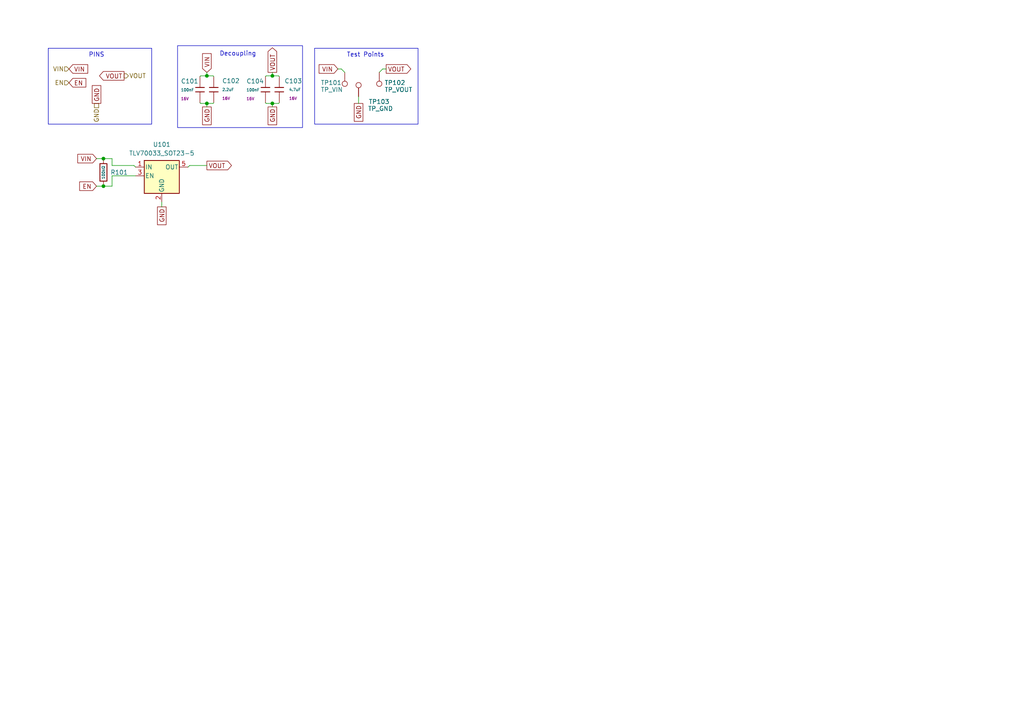
<source format=kicad_sch>
(kicad_sch (version 20250114) (generator "eeschema") (generator_version "9.0")
  (paper "A4")
  (title_block (title "Power_3V3_LDO_Island") (rev "1.0") (company "Batheck") (comment 9 "Taraxtix"))
  (lib_symbols
    (symbol "Connector:TestPoint" (pin_numbers (hide yes)) (pin_names (offset 0.762) (hide yes))
      (property "Reference" "TP" (at 0 6.858 0))
      (property "Value" "TestPoint" (at 0 5.08 0))
      (symbol "TestPoint_0_1"
        (circle (center 0 3.302) (radius 0.762))
      )
      (symbol "TestPoint_1_1"
        (pin passive line (at 0 0 90) (length 2.54) (name "1") (number "1"))
      )
    )
    (symbol "PCM_JLCPCB-Capacitors:0402,100nF" (pin_numbers (hide yes)) (pin_names (offset 0))
      (property "Reference" "C" (at 2.032 1.668 0))
      (property "Value" "100nF" (at 2.032 -0.3782 0))
      (property "Voltage Rated" "16V" (at 2.032 -2.0462 0))
      (symbol "0402,100nF_0_1"
        (polyline (pts (xy -1.27 0.635) (xy 1.27 0.635)) (stroke (width 0.254)))
        (polyline (pts (xy -1.27 -0.635) (xy 1.27 -0.635)) (stroke (width 0.254)))
      )
      (symbol "0402,100nF_1_1"
        (pin passive line (at 0 3.81 270) (length 3.175) (name "~") (number "1"))
        (pin passive line (at 0 -3.81 90) (length 3.175) (name "~") (number "2"))
      )
    )
    (symbol "PCM_JLCPCB-Capacitors:0603,2.2uF" (pin_numbers (hide yes)) (pin_names (offset 0))
      (property "Reference" "C" (at 2.032 1.668 0))
      (property "Value" "2.2uF" (at 2.032 -0.3782 0))
      (property "Voltage Rated" "16V" (at 2.032 -2.0462 0))
      (symbol "0603,2.2uF_0_1"
        (polyline (pts (xy -1.27 0.635) (xy 1.27 0.635)) (stroke (width 0.254)))
        (polyline (pts (xy -1.27 -0.635) (xy 1.27 -0.635)) (stroke (width 0.254)))
      )
      (symbol "0603,2.2uF_1_1"
        (pin passive line (at 0 3.81 270) (length 3.175) (name "~") (number "1"))
        (pin passive line (at 0 -3.81 90) (length 3.175) (name "~") (number "2"))
      )
    )
    (symbol "PCM_JLCPCB-Capacitors:0603,4.7uF" (pin_numbers (hide yes)) (pin_names (offset 0))
      (property "Reference" "C" (at 2.032 1.668 0))
      (property "Value" "4.7uF" (at 2.032 -0.3782 0))
      (property "Voltage Rated" "16V" (at 2.032 -2.0462 0))
      (symbol "0603,4.7uF_0_1"
        (polyline (pts (xy -1.27 0.635) (xy 1.27 0.635)) (stroke (width 0.254)))
        (polyline (pts (xy -1.27 -0.635) (xy 1.27 -0.635)) (stroke (width 0.254)))
      )
      (symbol "0603,4.7uF_1_1"
        (pin passive line (at 0 3.81 270) (length 3.175) (name "~") (number "1"))
        (pin passive line (at 0 -3.81 90) (length 3.175) (name "~") (number "2"))
      )
    )
    (symbol "PCM_JLCPCB-Resistors:0402,100kΩ" (pin_numbers (hide yes)) (pin_names (offset 0))
      (property "Reference" "R" (at 1.778 0 0))
      (property "Value" "100kΩ" (at 0 0 90))
      (symbol "0402,100kΩ_0_1"
        (rectangle (start -1.016 2.54) (end 1.016 -2.54) (stroke (width 0.254)))
      )
      (symbol "0402,100kΩ_1_1"
        (pin passive line (at 0 3.81 270) (length 1.27) (name "~") (number "1"))
        (pin passive line (at 0 -3.81 90) (length 1.27) (name "~") (number "2"))
      )
    )
    (symbol "Regulator_Linear:TLV70033_SOT23-5" (pin_names (offset 0.254))
      (property "Reference" "U" (at -3.81 5.715 0))
      (property "Value" "TLV70033_SOT23-5" (at 0 5.715 0))
      (symbol "TLV70033_SOT23-5_0_1"
        (rectangle (start -5.08 4.445) (end 5.08 -5.08) (stroke (width 0.254)) (fill (type background)))
      )
      (symbol "TLV70033_SOT23-5_1_1"
        (pin power_in line (at -7.62 2.54 0) (length 2.54) (name "IN") (number "1"))
        (pin input line (at -7.62 0 0) (length 2.54) (name "EN") (number "3"))
        (pin power_in line (at 0 -7.62 90) (length 2.54) (name "GND") (number "2"))
        (pin no_connect line (at 5.08 0 180) (length 2.54) (hide yes) (name "NC") (number "4"))
        (pin power_out line (at 7.62 2.54 180) (length 2.54) (name "OUT") (number "5"))
      )
    )
  )
  (rectangle (start 91.25 14) (end 121.25 36))
  (rectangle (start 51.5 13.25) (end 87.75 37))
  (rectangle (start 14 14) (end 44 36))
  (text "PINS" (at 28 16 0) (effects (font (size 1.27 1.27))))
  (text "Test Points" (at 106 16 0) (effects (font (size 1.27 1.27))))
  (text "Decoupling" (at 69 15.69 0) (effects (font (size 1.27 1.27))))
  (junction (at 60 22))
  (junction (at 79 22))
  (junction (at 60 30))
  (junction (at 30 54))
  (junction (at 30 46))
  (junction (at 79 30))
  (wire (pts (xy 55 48) (xy 54.54 48.46)))
  (wire (pts (xy 46.92 58.62) (xy 46.92 60)))
  (wire (pts (xy 60 22) (xy 61.81 22)))
  (wire (pts (xy 38.84 48) (xy 39.3 48.46)))
  (wire (pts (xy 112 20) (xy 111 20)))
  (wire (pts (xy 32.5 48) (xy 38.84 48)))
  (wire (pts (xy 99 20) (xy 100 21)))
  (wire (pts (xy 79 30) (xy 80.81 30)))
  (wire (pts (xy 61.81 22) (xy 62 22.19)))
  (wire (pts (xy 32.5 54) (xy 32.5 51)))
  (wire (pts (xy 111 20) (xy 110 21)))
  (wire (pts (xy 28 46) (xy 30 46)))
  (wire (pts (xy 60 30) (xy 58.19 30)))
  (wire (pts (xy 79 22) (xy 80.81 22)))
  (wire (pts (xy 77.19 22) (xy 77 22.19)))
  (wire (pts (xy 30 46) (xy 30 46.19)))
  (wire (pts (xy 60 22) (xy 58.19 22)))
  (wire (pts (xy 80.81 30) (xy 81 29.81)))
  (wire (pts (xy 104 28) (xy 104 30)))
  (wire (pts (xy 79 22) (xy 77.19 22)))
  (wire (pts (xy 32.5 51) (xy 39.3 51)))
  (wire (pts (xy 60 30) (xy 61.81 30)))
  (wire (pts (xy 58.19 30) (xy 58 29.81)))
  (wire (pts (xy 30 53.81) (xy 30 54)))
  (wire (pts (xy 58.19 22) (xy 58 22.19)))
  (wire (pts (xy 60 30) (xy 60 31)))
  (wire (pts (xy 79 21) (xy 79 22)))
  (wire (pts (xy 60 21) (xy 60 22)))
  (wire (pts (xy 61.81 30) (xy 62 29.81)))
  (wire (pts (xy 30 54) (xy 32.5 54)))
  (wire (pts (xy 28 54) (xy 30 54)))
  (wire (pts (xy 98 20) (xy 99 20)))
  (wire (pts (xy 32.5 46) (xy 32.5 48)))
  (wire (pts (xy 80.81 22) (xy 81 22.19)))
  (wire (pts (xy 79 30) (xy 79 31)))
  (wire (pts (xy 79 30) (xy 77.19 30)))
  (wire (pts (xy 77.19 30) (xy 77 29.81)))
  (wire (pts (xy 30 46) (xy 32.5 46)))
  (wire (pts (xy 60 48) (xy 55 48)))
  (global_label "VIN" (shape input) (at 20 20 0) (property "Intersheetrefs" "${INTERSHEET_REFS}" (effects (hide yes))))
  (global_label "VOUT" (shape output) (at 112 20 0) (property "Intersheetrefs" "${INTERSHEET_REFS}" (effects (hide yes))))
  (global_label "VOUT" (shape output) (at 36 22 180) (property "Intersheetrefs" "${INTERSHEET_REFS}" (effects (hide yes))))
  (global_label "VIN" (shape input) (at 98 20 180) (property "Intersheetrefs" "${INTERSHEET_REFS}" (effects (hide yes))))
  (global_label "GND" (shape passive) (at 46.92 60 270) (property "Intersheetrefs" "${INTERSHEET_REFS}" (effects (hide yes))))
  (global_label "VIN" (shape input) (at 28 46 180) (property "Intersheetrefs" "${INTERSHEET_REFS}" (effects (hide yes))))
  (global_label "GND" (shape passive) (at 60 31 270) (property "Intersheetrefs" "${INTERSHEET_REFS}" (effects (hide yes))))
  (global_label "EN" (shape input) (at 20 24 0) (property "Intersheetrefs" "${INTERSHEET_REFS}" (effects (hide yes))))
  (global_label "VOUT" (shape output) (at 60 48 0) (property "Intersheetrefs" "${INTERSHEET_REFS}" (effects (hide yes))))
  (global_label "VIN" (shape input) (at 60 21 90) (property "Intersheetrefs" "${INTERSHEET_REFS}" (effects (hide yes))))
  (global_label "EN" (shape input) (at 28 54 180) (property "Intersheetrefs" "${INTERSHEET_REFS}" (effects (hide yes))))
  (global_label "GND" (shape passive) (at 104 30 270) (property "Intersheetrefs" "${INTERSHEET_REFS}" (effects (hide yes))))
  (global_label "GND" (shape passive) (at 79 31 270) (property "Intersheetrefs" "${INTERSHEET_REFS}" (effects (hide yes))))
  (global_label "GND" (shape passive) (at 28 30 90) (property "Intersheetrefs" "${INTERSHEET_REFS}" (effects (hide yes))))
  (global_label "VOUT" (shape output) (at 79 21 90) (property "Intersheetrefs" "${INTERSHEET_REFS}" (effects (hide yes))))
  (hierarchical_label "VIN" (shape input) (at 20 20 180))
  (hierarchical_label "VOUT" (shape output) (at 36 22 0))
  (hierarchical_label "EN" (shape input) (at 20 24 180))
  (hierarchical_label "GND" (shape passive) (at 28 30 270))
  (symbol (lib_id "Connector:TestPoint") (at 110 21 180) (unit 1) (in_bom no)
    (property "Reference" "TP102" (at 111.5 24 0) (effects (justify right)))
    (property "Value" "TP_VOUT" (at 111.5 26 0) (effects (justify right)))
    (property "Footprint" "TestPoint:TestPoint_Pad_1.0x1.0mm" (effects (hide yes)))
    (property "Description" "test point" (effects (hide yes)))
  )
  (symbol (lib_id "PCM_JLCPCB-Capacitors:0603,2.2uF") (at 62 26 0) (unit 1)
    (property "Reference" "C102" (at 64.42 23.4599 0) (effects (justify left)))
    (property "Value" "2.2uF" (at 64.42 26 0) (effects (font (size 0.8 0.8)) (justify left)))
    (property "Footprint" "PCM_JLCPCB:C_0603" (effects (hide yes)))
    (property "Datasheet" "https://www.lcsc.com/datasheet/lcsc_datasheet_2304140030_Samsung-Electro-Mechanics-CL10A225KO8NNNC_C23630.pdf" (effects (hide yes)))
    (property "Description" "16V 2.2uF X5R ±10% 0603 Multilayer Ceramic Capacitors MLCC - SMD/SMT ROHS" (effects (hide yes)))
    (property "LCSC" "C23630" (effects (hide yes)))
    (property "Stock" "2585089" (effects (hide yes)))
    (property "Price" "0.009USD" (effects (hide yes)))
    (property "Process" "SMT" (effects (hide yes)))
    (property "Minimum Qty" "20" (effects (hide yes)))
    (property "Attrition Qty" "10" (effects (hide yes)))
    (property "Class" "Basic Component" (effects (hide yes)))
    (property "Category" "Capacitors,Multilayer Ceramic Capacitors MLCC - SMD/SMT" (effects (hide yes)))
    (property "Manufacturer" "Samsung Electro-Mechanics" (effects (hide yes)))
    (property "Part" "CL10A225KO8NNNC" (effects (hide yes)))
    (property "Voltage Rated" "16V" (at 64.42 28.54 0) (effects (font (size 0.8 0.8)) (justify left)))
    (property "Tolerance" "±10%" (effects (hide yes)))
    (property "Capacitance" "2.2uF" (effects (hide yes)))
    (property "Temperature Coefficient" "X5R" (effects (hide yes)))
  )
  (symbol (lib_id "PCM_JLCPCB-Capacitors:0402,100nF") (at 58 26 0) (unit 1)
    (property "Reference" "C101" (at 52.4524 23.5516 0) (effects (justify left)))
    (property "Value" "100nF" (at 52.4524 26.0917 0) (effects (font (size 0.8 0.8)) (justify left)))
    (property "Footprint" "PCM_JLCPCB:C_0402" (effects (hide yes)))
    (property "Datasheet" "https://www.lcsc.com/datasheet/lcsc_datasheet_2304140030_Samsung-Electro-Mechanics-CL05B104KO5NNNC_C1525.pdf" (effects (hide yes)))
    (property "Description" "16V 100nF X7R ±10% 0402 Multilayer Ceramic Capacitors MLCC - SMD/SMT ROHS" (effects (hide yes)))
    (property "LCSC" "C1525" (effects (hide yes)))
    (property "Stock" "20208285" (effects (hide yes)))
    (property "Price" "0.004USD" (effects (hide yes)))
    (property "Process" "SMT" (effects (hide yes)))
    (property "Minimum Qty" "20" (effects (hide yes)))
    (property "Attrition Qty" "10" (effects (hide yes)))
    (property "Class" "Basic Component" (effects (hide yes)))
    (property "Category" "Capacitors,Multilayer Ceramic Capacitors MLCC - SMD/SMT" (effects (hide yes)))
    (property "Manufacturer" "Samsung Electro-Mechanics" (effects (hide yes)))
    (property "Part" "CL05B104KO5NNNC" (effects (hide yes)))
    (property "Voltage Rated" "16V" (at 52.4524 28.6317 0) (effects (font (size 0.8 0.8)) (justify left)))
    (property "Tolerance" "±10%" (effects (hide yes)))
    (property "Capacitance" "100nF" (effects (hide yes)))
    (property "Temperature Coefficient" "X7R" (effects (hide yes)))
  )
  (symbol (lib_id "Connector:TestPoint") (at 100 21 180) (unit 1) (in_bom no)
    (property "Reference" "TP101" (at 93 24 0) (effects (justify right)))
    (property "Value" "TP_VIN" (at 93 26 0) (effects (justify right)))
    (property "Footprint" "TestPoint:TestPoint_Pad_1.0x1.0mm" (effects (hide yes)))
    (property "Description" "test point" (effects (hide yes)))
  )
  (symbol (lib_id "PCM_JLCPCB-Capacitors:0603,4.7uF") (at 81 26 0) (unit 1)
    (property "Reference" "C103" (at 82.5 23.5 0) (effects (justify left)))
    (property "Value" "4.7uF" (at 83.82 26 0) (effects (font (size 0.8 0.8)) (justify left)))
    (property "Footprint" "PCM_JLCPCB:C_0603" (effects (hide yes)))
    (property "Datasheet" "https://www.lcsc.com/datasheet/lcsc_datasheet_2304140030_Samsung-Electro-Mechanics-CL10A475KO8NNNC_C19666.pdf" (effects (hide yes)))
    (property "Description" "16V 4.7uF X5R ±10% 0603 Multilayer Ceramic Capacitors MLCC - SMD/SMT ROHS" (effects (hide yes)))
    (property "LCSC" "C19666" (effects (hide yes)))
    (property "Stock" "4246728" (effects (hide yes)))
    (property "Price" "0.013USD" (effects (hide yes)))
    (property "Process" "SMT" (effects (hide yes)))
    (property "Minimum Qty" "20" (effects (hide yes)))
    (property "Attrition Qty" "10" (effects (hide yes)))
    (property "Class" "Basic Component" (effects (hide yes)))
    (property "Category" "Capacitors,Multilayer Ceramic Capacitors MLCC - SMD/SMT" (effects (hide yes)))
    (property "Manufacturer" "Samsung Electro-Mechanics" (effects (hide yes)))
    (property "Part" "CL10A475KO8NNNC" (effects (hide yes)))
    (property "Voltage Rated" "16V" (at 83.82 28.54 0) (effects (font (size 0.8 0.8)) (justify left)))
    (property "Tolerance" "±10%" (effects (hide yes)))
    (property "Capacitance" "4.7uF" (effects (hide yes)))
    (property "Temperature Coefficient" "X5R" (effects (hide yes)))
  )
  (symbol (lib_id "Regulator_Linear:TLV70033_SOT23-5") (at 46.92 51 0) (unit 1)
    (property "Reference" "U101" (at 46.92 41.91 0))
    (property "Value" "TLV70033_SOT23-5" (at 46.92 44.45 0))
    (property "Footprint" "Package_TO_SOT_SMD:SOT-23-5" (effects (hide yes)))
    (property "Datasheet" "http://www.ti.com/lit/ds/symlink/tlv700.pdf" (effects (hide yes)))
    (property "Description" "200mA Low Dropout Voltage Regulator, Fixed Output 3.3V, SOT-23-5" (effects (hide yes)))
    (property "Mfr#" "TLV70033DDCR" (effects (hide yes)))
    (property "LCSC#" "C11337" (effects (hide yes)))
  )
  (symbol (lib_id "PCM_JLCPCB-Resistors:0402,100kΩ") (at 30 50 0) (unit 1)
    (property "Reference" "R101" (at 32.02 49.9999 0) (effects (justify left)))
    (property "Value" "100kΩ" (at 30 50 90) (effects (font (size 0.8 0.8))))
    (property "Footprint" "PCM_JLCPCB:R_0402" (effects (hide yes)))
    (property "Datasheet" "https://www.lcsc.com/datasheet/lcsc_datasheet_2206010100_UNI-ROYAL-Uniroyal-Elec-0402WGF1003TCE_C25741.pdf" (effects (hide yes)))
    (property "Description" "62.5mW Thick Film Resistors 50V ±100ppm/°C ±1% 100kΩ 0402 Chip Resistor - Surface Mount ROHS" (effects (hide yes)))
    (property "LCSC" "C25741" (effects (hide yes)))
    (property "Stock" "6969783" (effects (hide yes)))
    (property "Price" "0.004USD" (effects (hide yes)))
    (property "Process" "SMT" (effects (hide yes)))
    (property "Minimum Qty" "20" (effects (hide yes)))
    (property "Attrition Qty" "10" (effects (hide yes)))
    (property "Class" "Basic Component" (effects (hide yes)))
    (property "Category" "Resistors,Chip Resistor - Surface Mount" (effects (hide yes)))
    (property "Manufacturer" "UNI-ROYAL(Uniroyal Elec)" (effects (hide yes)))
    (property "Part" "0402WGF1003TCE" (effects (hide yes)))
    (property "Resistance" "100kΩ" (effects (hide yes)))
    (property "Power(Watts)" "62.5mW" (effects (hide yes)))
    (property "Type" "Thick Film Resistors" (effects (hide yes)))
    (property "Overload Voltage (Max)" "50V" (effects (hide yes)))
    (property "Operating Temperature Range" "-55°C~+155°C" (effects (hide yes)))
    (property "Tolerance" "±1%" (effects (hide yes)))
    (property "Temperature Coefficient" "±100ppm/°C" (effects (hide yes)))
  )
  (symbol (lib_id "PCM_JLCPCB-Capacitors:0402,100nF") (at 77 26 0) (unit 1)
    (property "Reference" "C104" (at 71.4524 23.5516 0) (effects (justify left)))
    (property "Value" "100nF" (at 71.4524 26.0917 0) (effects (font (size 0.8 0.8)) (justify left)))
    (property "Footprint" "PCM_JLCPCB:C_0402" (effects (hide yes)))
    (property "Datasheet" "https://www.lcsc.com/datasheet/lcsc_datasheet_2304140030_Samsung-Electro-Mechanics-CL05B104KO5NNNC_C1525.pdf" (effects (hide yes)))
    (property "Description" "16V 100nF X7R ±10% 0402 Multilayer Ceramic Capacitors MLCC - SMD/SMT ROHS" (effects (hide yes)))
    (property "LCSC" "C1525" (effects (hide yes)))
    (property "Stock" "20208285" (effects (hide yes)))
    (property "Price" "0.004USD" (effects (hide yes)))
    (property "Process" "SMT" (effects (hide yes)))
    (property "Minimum Qty" "20" (effects (hide yes)))
    (property "Attrition Qty" "10" (effects (hide yes)))
    (property "Class" "Basic Component" (effects (hide yes)))
    (property "Category" "Capacitors,Multilayer Ceramic Capacitors MLCC - SMD/SMT" (effects (hide yes)))
    (property "Manufacturer" "Samsung Electro-Mechanics" (effects (hide yes)))
    (property "Part" "CL05B104KO5NNNC" (effects (hide yes)))
    (property "Voltage Rated" "16V" (at 71.4524 28.6317 0) (effects (font (size 0.8 0.8)) (justify left)))
    (property "Tolerance" "±10%" (effects (hide yes)))
    (property "Capacitance" "100nF" (effects (hide yes)))
    (property "Temperature Coefficient" "X7R" (effects (hide yes)))
  )
  (symbol (lib_id "Connector:TestPoint") (at 104 28 0) (unit 1) (in_bom no)
    (property "Reference" "TP103" (at 113 29.5 0) (effects (justify right)))
    (property "Value" "TP_GND" (at 114 31.5 0) (effects (justify right)))
    (property "Footprint" "TestPoint:TestPoint_Pad_1.0x1.0mm" (effects (hide yes)))
    (property "Description" "test point" (effects (hide yes)))
  )
)
</source>
